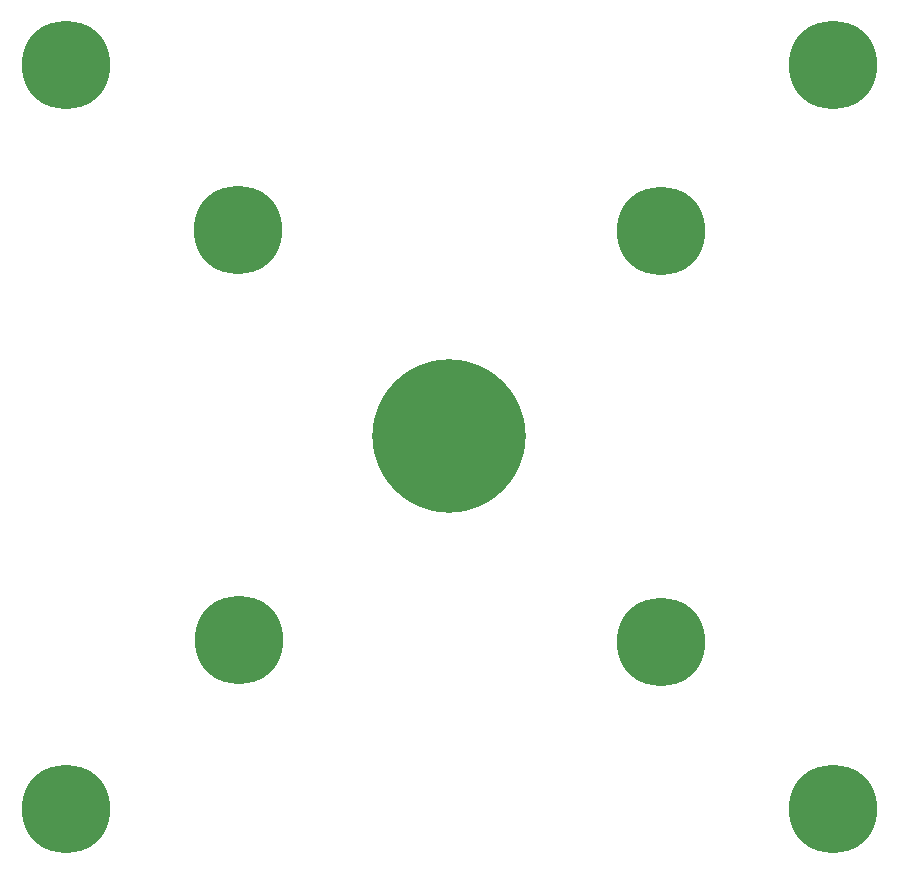
<source format=gbr>
G04 #@! TF.GenerationSoftware,KiCad,Pcbnew,(5.1.5)-3*
G04 #@! TF.CreationDate,2020-05-31T17:41:30+02:00*
G04 #@! TF.ProjectId,Sirui-VH-10-plate,53697275-692d-4564-982d-31302d706c61,rev?*
G04 #@! TF.SameCoordinates,Original*
G04 #@! TF.FileFunction,Copper,L2,Bot*
G04 #@! TF.FilePolarity,Positive*
%FSLAX46Y46*%
G04 Gerber Fmt 4.6, Leading zero omitted, Abs format (unit mm)*
G04 Created by KiCad (PCBNEW (5.1.5)-3) date 2020-05-31 17:41:30*
%MOMM*%
%LPD*%
G04 APERTURE LIST*
%ADD10C,13.000000*%
%ADD11C,7.500000*%
G04 APERTURE END LIST*
D10*
X137492192Y-108395817D03*
D11*
X155408267Y-125871451D03*
X170000000Y-77000000D03*
X119652497Y-125721918D03*
X105000000Y-77000000D03*
X155378471Y-91088532D03*
X170000000Y-140000000D03*
X119554688Y-91018229D03*
X105000000Y-140000000D03*
M02*

</source>
